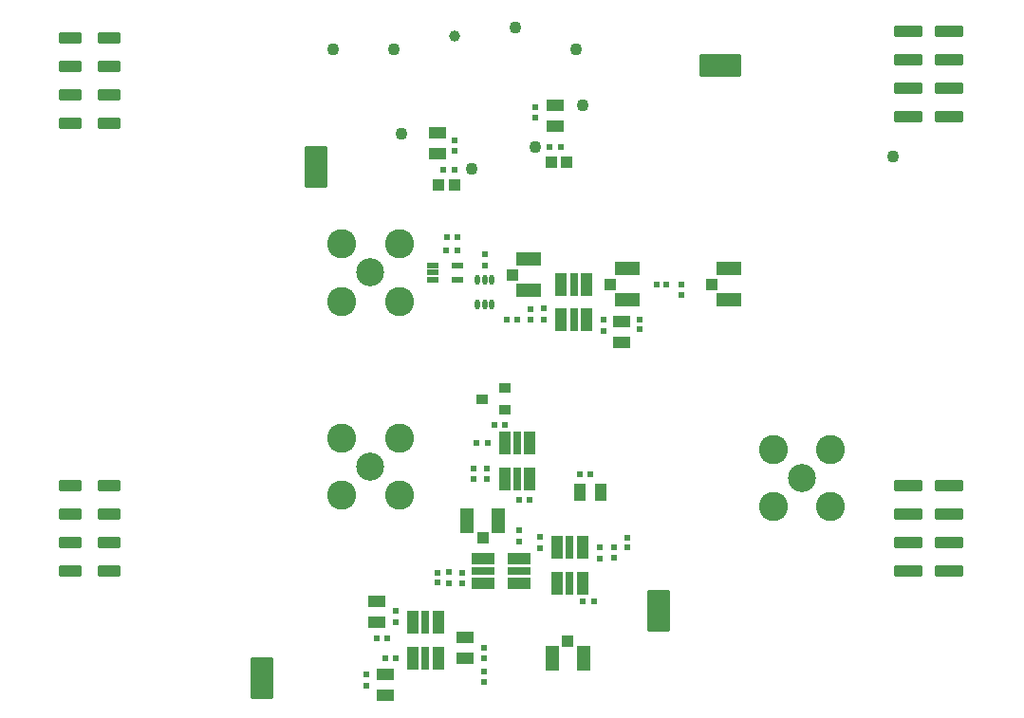
<source format=gts>
G04*
G04 #@! TF.GenerationSoftware,Altium Limited,Altium Designer,23.0.1 (38)*
G04*
G04 Layer_Color=8388736*
%FSLAX43Y43*%
%MOMM*%
G71*
G04*
G04 #@! TF.SameCoordinates,C917657F-03F6-454C-AC05-0521F369B23B*
G04*
G04*
G04 #@! TF.FilePolarity,Negative*
G04*
G01*
G75*
%ADD32R,1.000X1.000*%
%ADD33R,1.000X0.900*%
%ADD34R,0.600X0.600*%
%ADD35R,1.100X2.100*%
%ADD36R,0.750X2.100*%
%ADD37R,2.100X1.100*%
%ADD38R,2.100X0.750*%
%ADD39R,0.600X0.600*%
%ADD40R,1.050X1.500*%
%ADD41R,1.500X1.050*%
%ADD42O,0.450X0.950*%
%ADD43R,1.000X0.500*%
G04:AMPARAMS|DCode=44|XSize=1.1mm|YSize=2.1mm|CornerRadius=0.3mm|HoleSize=0mm|Usage=FLASHONLY|Rotation=270.000|XOffset=0mm|YOffset=0mm|HoleType=Round|Shape=RoundedRectangle|*
%AMROUNDEDRECTD44*
21,1,1.100,1.500,0,0,270.0*
21,1,0.500,2.100,0,0,270.0*
1,1,0.600,-0.750,-0.250*
1,1,0.600,-0.750,0.250*
1,1,0.600,0.750,0.250*
1,1,0.600,0.750,-0.250*
%
%ADD44ROUNDEDRECTD44*%
G04:AMPARAMS|DCode=45|XSize=1.1mm|YSize=2.6mm|CornerRadius=0.3mm|HoleSize=0mm|Usage=FLASHONLY|Rotation=270.000|XOffset=0mm|YOffset=0mm|HoleType=Round|Shape=RoundedRectangle|*
%AMROUNDEDRECTD45*
21,1,1.100,2.000,0,0,270.0*
21,1,0.500,2.600,0,0,270.0*
1,1,0.600,-1.000,-0.250*
1,1,0.600,-1.000,0.250*
1,1,0.600,1.000,0.250*
1,1,0.600,1.000,-0.250*
%
%ADD45ROUNDEDRECTD45*%
%ADD46R,1.150X2.300*%
%ADD47R,1.100X1.100*%
G04:AMPARAMS|DCode=48|XSize=3.7mm|YSize=2.1mm|CornerRadius=0.15mm|HoleSize=0mm|Usage=FLASHONLY|Rotation=270.000|XOffset=0mm|YOffset=0mm|HoleType=Round|Shape=RoundedRectangle|*
%AMROUNDEDRECTD48*
21,1,3.700,1.800,0,0,270.0*
21,1,3.400,2.100,0,0,270.0*
1,1,0.300,-0.900,-1.700*
1,1,0.300,-0.900,1.700*
1,1,0.300,0.900,1.700*
1,1,0.300,0.900,-1.700*
%
%ADD48ROUNDEDRECTD48*%
G04:AMPARAMS|DCode=49|XSize=3.7mm|YSize=2.1mm|CornerRadius=0.15mm|HoleSize=0mm|Usage=FLASHONLY|Rotation=0.000|XOffset=0mm|YOffset=0mm|HoleType=Round|Shape=RoundedRectangle|*
%AMROUNDEDRECTD49*
21,1,3.700,1.800,0,0,0.0*
21,1,3.400,2.100,0,0,0.0*
1,1,0.300,1.700,-0.900*
1,1,0.300,-1.700,-0.900*
1,1,0.300,-1.700,0.900*
1,1,0.300,1.700,0.900*
%
%ADD49ROUNDEDRECTD49*%
%ADD50C,1.100*%
%ADD51R,2.300X1.150*%
%ADD52R,1.100X1.100*%
%ADD53C,0.100*%
%ADD54C,2.500*%
%ADD55C,2.600*%
%ADD56C,1.000*%
D32*
X79200Y62650D02*
D03*
X77800D02*
D03*
X67750Y60625D02*
D03*
X69150D02*
D03*
D33*
X73634Y40599D02*
D03*
Y42499D02*
D03*
X71634Y41549D02*
D03*
D34*
X73642Y39257D02*
D03*
X72742D02*
D03*
X81250Y34850D02*
D03*
X80350D02*
D03*
X74892Y32524D02*
D03*
X75892D02*
D03*
X80575Y23506D02*
D03*
X81575D02*
D03*
X71101Y37639D02*
D03*
X72101D02*
D03*
X87175Y51800D02*
D03*
X88075D02*
D03*
X73850Y48650D02*
D03*
X74750D02*
D03*
X68400Y54800D02*
D03*
X69400D02*
D03*
X69400Y56025D02*
D03*
X68500D02*
D03*
X62250Y20150D02*
D03*
X63150D02*
D03*
X63000Y18400D02*
D03*
X63900D02*
D03*
X69150Y62025D02*
D03*
X68150D02*
D03*
X77625Y64075D02*
D03*
X78625D02*
D03*
D35*
X75887Y37639D02*
D03*
X73637Y34439D02*
D03*
Y37639D02*
D03*
X75887Y34439D02*
D03*
X78325Y25075D02*
D03*
X80575Y28275D02*
D03*
Y25075D02*
D03*
X78325Y28275D02*
D03*
X80925Y51800D02*
D03*
X78675Y48600D02*
D03*
Y51800D02*
D03*
X80925Y48600D02*
D03*
X65450Y18400D02*
D03*
X67700Y21600D02*
D03*
Y18400D02*
D03*
X65450Y21600D02*
D03*
D36*
X74762Y37639D02*
D03*
Y34439D02*
D03*
X79450Y25075D02*
D03*
Y28275D02*
D03*
X79800Y51800D02*
D03*
Y48600D02*
D03*
X66575Y18400D02*
D03*
Y21600D02*
D03*
D37*
X71691Y27310D02*
D03*
X74891Y25060D02*
D03*
X71691D02*
D03*
X74891Y27310D02*
D03*
D38*
X71691Y26185D02*
D03*
X74891D02*
D03*
D39*
X69825Y26000D02*
D03*
Y25100D02*
D03*
X68700Y26125D02*
D03*
Y25125D02*
D03*
X67642Y26048D02*
D03*
Y25148D02*
D03*
X72077Y34439D02*
D03*
Y35339D02*
D03*
X70841D02*
D03*
Y34439D02*
D03*
X74900Y29850D02*
D03*
Y28850D02*
D03*
X76800Y29250D02*
D03*
Y28250D02*
D03*
X84575Y29175D02*
D03*
Y28275D02*
D03*
X83375Y28275D02*
D03*
Y27375D02*
D03*
X82150Y28275D02*
D03*
Y27275D02*
D03*
X82450Y48625D02*
D03*
Y47625D02*
D03*
X89400Y51800D02*
D03*
Y50800D02*
D03*
X85700Y48650D02*
D03*
Y47750D02*
D03*
X77117Y48617D02*
D03*
Y49617D02*
D03*
X75925Y48667D02*
D03*
Y49567D02*
D03*
X71850Y54475D02*
D03*
Y53475D02*
D03*
X69150Y63694D02*
D03*
Y64593D02*
D03*
X76325Y66675D02*
D03*
Y67575D02*
D03*
X63900Y22600D02*
D03*
Y21600D02*
D03*
X71784Y18400D02*
D03*
Y19300D02*
D03*
X71775Y16325D02*
D03*
Y17225D02*
D03*
X61325Y15975D02*
D03*
Y16975D02*
D03*
D40*
X80350Y33225D02*
D03*
X82200D02*
D03*
D41*
X84075Y46575D02*
D03*
Y48425D02*
D03*
X78154Y65892D02*
D03*
Y67742D02*
D03*
X70115Y18400D02*
D03*
Y20250D02*
D03*
X62250Y21600D02*
D03*
Y23450D02*
D03*
X63000Y16975D02*
D03*
Y15125D02*
D03*
X67616Y63450D02*
D03*
Y65300D02*
D03*
D42*
X71200Y49975D02*
D03*
X71850D02*
D03*
X72500D02*
D03*
X71200Y52175D02*
D03*
X71850D02*
D03*
X72500D02*
D03*
D43*
X69400Y53475D02*
D03*
Y52175D02*
D03*
X67200D02*
D03*
Y52825D02*
D03*
Y53475D02*
D03*
D44*
X38349Y33810D02*
D03*
Y31270D02*
D03*
Y28730D02*
D03*
Y26190D02*
D03*
X34851D02*
D03*
Y28730D02*
D03*
Y31270D02*
D03*
Y33810D02*
D03*
X38349Y73810D02*
D03*
Y71270D02*
D03*
Y68730D02*
D03*
Y66190D02*
D03*
X34851D02*
D03*
Y68730D02*
D03*
Y71270D02*
D03*
Y73810D02*
D03*
D45*
X113300Y33810D02*
D03*
Y31270D02*
D03*
Y28730D02*
D03*
Y26190D02*
D03*
X109602Y33810D02*
D03*
Y31270D02*
D03*
Y28730D02*
D03*
Y26190D02*
D03*
X113300Y74330D02*
D03*
Y71790D02*
D03*
Y69250D02*
D03*
Y66710D02*
D03*
X109602Y74330D02*
D03*
Y71790D02*
D03*
Y69250D02*
D03*
Y66710D02*
D03*
D46*
X77850Y18400D02*
D03*
X80650D02*
D03*
X73091Y30650D02*
D03*
X70291D02*
D03*
D47*
X79250Y19900D02*
D03*
X71691Y29150D02*
D03*
D48*
X87400Y22625D02*
D03*
X52025Y16650D02*
D03*
X56775Y62275D02*
D03*
D49*
X92875Y71350D02*
D03*
D50*
X76325Y64075D02*
D03*
X70675Y62050D02*
D03*
X80000Y72775D02*
D03*
X74594Y74715D02*
D03*
X63781Y72775D02*
D03*
X108250Y63175D02*
D03*
X58375Y72775D02*
D03*
X80565Y67742D02*
D03*
X64471Y65200D02*
D03*
D51*
X93650Y50400D02*
D03*
Y53200D02*
D03*
X84550Y50400D02*
D03*
Y53200D02*
D03*
X75800Y51225D02*
D03*
Y54025D02*
D03*
D52*
X92150Y51800D02*
D03*
X83050Y51800D02*
D03*
X74300Y52625D02*
D03*
D53*
X30841Y27460D02*
D03*
Y32540D02*
D03*
Y67460D02*
D03*
Y72540D02*
D03*
X117750Y27460D02*
D03*
Y32540D02*
D03*
Y67980D02*
D03*
Y73060D02*
D03*
X101125Y15200D02*
D03*
X101125Y71350D02*
D03*
X47325Y71350D02*
D03*
X47325Y15200D02*
D03*
D54*
X61675Y35525D02*
D03*
Y52825D02*
D03*
X100150Y34500D02*
D03*
D55*
X64225Y32975D02*
D03*
Y38075D02*
D03*
X59125D02*
D03*
Y32975D02*
D03*
X64225Y50275D02*
D03*
Y55375D02*
D03*
X59125D02*
D03*
Y50275D02*
D03*
X102700Y37050D02*
D03*
X97600D02*
D03*
Y31950D02*
D03*
X102700D02*
D03*
D56*
X69188Y73925D02*
D03*
M02*

</source>
